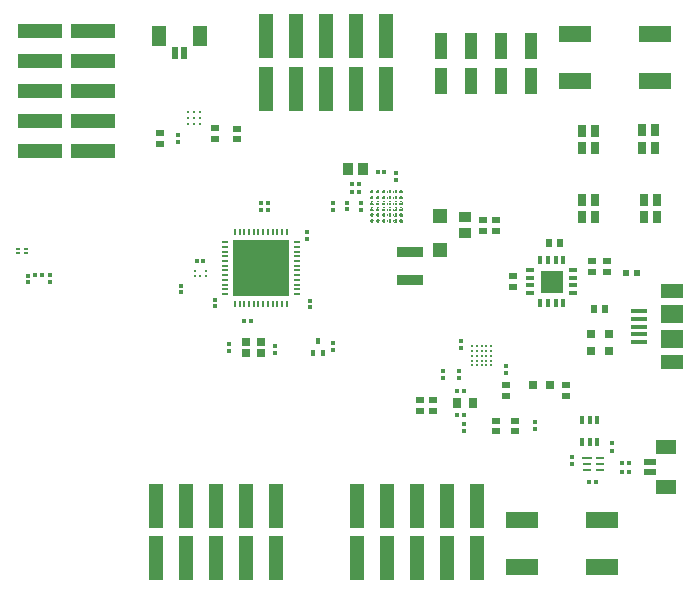
<source format=gtp>
G04 Layer_Color=8421504*
%FSLAX25Y25*%
%MOIN*%
G70*
G01*
G75*
%ADD10R,0.01417X0.01969*%
%ADD11R,0.01575X0.01969*%
%ADD12R,0.01260X0.01260*%
%ADD13R,0.01969X0.04331*%
%ADD14R,0.04724X0.06693*%
%ADD15R,0.05000X0.15000*%
%ADD19R,0.15000X0.05000*%
%ADD20R,0.03543X0.03937*%
%ADD22R,0.01378X0.01181*%
%ADD23R,0.01260X0.01260*%
%ADD24R,0.02795X0.03622*%
%ADD25R,0.01181X0.01378*%
%ADD26R,0.02362X0.02520*%
%ADD27C,0.00866*%
%ADD28R,0.04331X0.01969*%
%ADD29R,0.06693X0.04724*%
%ADD30R,0.02953X0.02559*%
%ADD31R,0.02520X0.02362*%
%ADD32R,0.07480X0.04724*%
%ADD33R,0.05315X0.01575*%
%ADD34R,0.07480X0.06299*%
%ADD35R,0.01181X0.02835*%
%ADD36R,0.02835X0.01181*%
%ADD38C,0.01083*%
%ADD39R,0.03347X0.01102*%
%ADD40R,0.02953X0.01102*%
%ADD41R,0.10827X0.05512*%
%ADD42R,0.03150X0.03150*%
%ADD43R,0.02165X0.02362*%
G04:AMPARAMS|DCode=44|XSize=9mil|YSize=9mil|CornerRadius=4.5mil|HoleSize=0mil|Usage=FLASHONLY|Rotation=0.000|XOffset=0mil|YOffset=0mil|HoleType=Round|Shape=RoundedRectangle|*
%AMROUNDEDRECTD44*
21,1,0.00900,0.00000,0,0,0.0*
21,1,0.00000,0.00900,0,0,0.0*
1,1,0.00900,0.00000,0.00000*
1,1,0.00900,0.00000,0.00000*
1,1,0.00900,0.00000,0.00000*
1,1,0.00900,0.00000,0.00000*
%
%ADD44ROUNDEDRECTD44*%
%ADD45R,0.09055X0.03347*%
%ADD46R,0.04724X0.04921*%
%ADD47R,0.03937X0.03543*%
%ADD48R,0.01575X0.02598*%
%ADD49O,0.02559X0.00787*%
%ADD50O,0.00787X0.02559*%
%ADD51R,0.18504X0.18504*%
%ADD52R,0.03150X0.03937*%
%ADD53R,0.04016X0.08622*%
%ADD75C,0.00197*%
%ADD76R,0.01181X0.00984*%
%ADD77R,0.00591X0.00197*%
%ADD78R,0.00197X0.00591*%
%ADD79R,0.00591X0.00591*%
%ADD80R,0.00591X0.00197*%
%ADD81R,0.00197X0.00591*%
%ADD82R,0.00197X0.00591*%
%ADD83R,0.00591X0.00591*%
%ADD84R,0.00197X0.00591*%
%ADD85R,0.07480X0.07480*%
%ADD86C,0.00000*%
D10*
X104625Y82231D02*
D03*
X107775D02*
D03*
D11*
X106200Y86168D02*
D03*
D12*
X128402Y142300D02*
D03*
X126198D02*
D03*
X117676Y135784D02*
D03*
X119881D02*
D03*
X154802Y69323D02*
D03*
X152598D02*
D03*
X65898Y112800D02*
D03*
X68102D02*
D03*
X83802Y92900D02*
D03*
X81598D02*
D03*
X209902Y42573D02*
D03*
X207698D02*
D03*
X117676Y138484D02*
D03*
X119881D02*
D03*
D13*
X58525Y182100D02*
D03*
X61675D02*
D03*
D14*
X66793Y187612D02*
D03*
X53407D02*
D03*
D15*
X92400Y31150D02*
D03*
Y13650D02*
D03*
X82400Y31150D02*
D03*
Y13650D02*
D03*
X72400Y31150D02*
D03*
Y13650D02*
D03*
X62400Y31150D02*
D03*
Y13650D02*
D03*
X52400Y31150D02*
D03*
Y13650D02*
D03*
X159400Y31150D02*
D03*
Y13650D02*
D03*
X149400Y31150D02*
D03*
Y13650D02*
D03*
X139400Y31150D02*
D03*
Y13650D02*
D03*
X129400Y31150D02*
D03*
Y13650D02*
D03*
X119400Y31150D02*
D03*
Y13650D02*
D03*
X89000Y170250D02*
D03*
Y187750D02*
D03*
X99000Y170250D02*
D03*
Y187750D02*
D03*
X109000Y170250D02*
D03*
Y187750D02*
D03*
X119000Y170250D02*
D03*
Y187750D02*
D03*
X129000Y170250D02*
D03*
Y187750D02*
D03*
D19*
X31150Y149500D02*
D03*
X13650D02*
D03*
X31150Y159500D02*
D03*
X13650D02*
D03*
X31150Y169500D02*
D03*
X13650D02*
D03*
X31150Y179500D02*
D03*
X13650D02*
D03*
X31150Y189500D02*
D03*
X13650D02*
D03*
D20*
X116121Y143284D02*
D03*
X121436D02*
D03*
D22*
X132200Y139619D02*
D03*
Y141981D02*
D03*
X111179Y129803D02*
D03*
Y132165D02*
D03*
X153200Y73761D02*
D03*
Y76123D02*
D03*
X147900Y76204D02*
D03*
Y73842D02*
D03*
X168900Y75323D02*
D03*
Y77685D02*
D03*
X155000Y56042D02*
D03*
Y58404D02*
D03*
X190800Y47435D02*
D03*
Y45073D02*
D03*
X204300Y51935D02*
D03*
Y49573D02*
D03*
X154100Y83742D02*
D03*
Y86104D02*
D03*
X59500Y152419D02*
D03*
Y154781D02*
D03*
X178500Y56719D02*
D03*
Y59081D02*
D03*
X111200Y83119D02*
D03*
Y85481D02*
D03*
X87200Y129819D02*
D03*
Y132181D02*
D03*
X89700Y129819D02*
D03*
Y132181D02*
D03*
D23*
X115779Y129982D02*
D03*
Y132187D02*
D03*
X76700Y85002D02*
D03*
Y82798D02*
D03*
X91900Y82098D02*
D03*
Y84302D02*
D03*
X72000Y97698D02*
D03*
Y99902D02*
D03*
X103700Y97298D02*
D03*
Y99502D02*
D03*
X60700Y102298D02*
D03*
Y104502D02*
D03*
X120479Y132087D02*
D03*
Y129882D02*
D03*
X102500Y122402D02*
D03*
Y120198D02*
D03*
X9600Y105695D02*
D03*
Y107900D02*
D03*
X17000Y105795D02*
D03*
Y108000D02*
D03*
D24*
X152544Y65423D02*
D03*
X158056D02*
D03*
D25*
X198981Y39073D02*
D03*
X196619D02*
D03*
X207619Y45573D02*
D03*
X209981D02*
D03*
X154881Y61423D02*
D03*
X152519D02*
D03*
X14381Y107998D02*
D03*
X12019D02*
D03*
D26*
X183389Y118873D02*
D03*
X187011D02*
D03*
X202011Y96873D02*
D03*
X198389D02*
D03*
D27*
X69068Y109487D02*
D03*
X65131D02*
D03*
X69068Y107913D02*
D03*
X67100D02*
D03*
X65131D02*
D03*
D28*
X216800Y45648D02*
D03*
Y42498D02*
D03*
D29*
X222312Y37380D02*
D03*
Y50766D02*
D03*
D30*
X82141Y81932D02*
D03*
X87259D02*
D03*
X82141Y85869D02*
D03*
X87259D02*
D03*
D31*
X171200Y104062D02*
D03*
Y107684D02*
D03*
X197700Y112684D02*
D03*
Y109062D02*
D03*
X202700Y112684D02*
D03*
Y109062D02*
D03*
X140400Y62912D02*
D03*
Y66534D02*
D03*
X144700Y62912D02*
D03*
Y66534D02*
D03*
X188800Y67912D02*
D03*
Y71534D02*
D03*
X169100Y67812D02*
D03*
Y71434D02*
D03*
X165500Y55962D02*
D03*
Y59584D02*
D03*
X172100Y55962D02*
D03*
Y59584D02*
D03*
X165700Y122889D02*
D03*
Y126511D02*
D03*
X161200Y122889D02*
D03*
Y126511D02*
D03*
X72000Y153389D02*
D03*
Y157011D02*
D03*
X79300Y153289D02*
D03*
Y156911D02*
D03*
X53500Y151889D02*
D03*
Y155511D02*
D03*
D32*
X224200Y102684D02*
D03*
X224200Y79062D02*
D03*
D33*
X213174Y85755D02*
D03*
X213174Y88314D02*
D03*
Y90873D02*
D03*
Y93432D02*
D03*
Y95991D02*
D03*
D34*
X224200Y95007D02*
D03*
Y86739D02*
D03*
D35*
X180361Y113058D02*
D03*
X182921D02*
D03*
X185479D02*
D03*
X188039D02*
D03*
Y98688D02*
D03*
X185479D02*
D03*
X182921D02*
D03*
X180361D02*
D03*
D36*
X191385Y109712D02*
D03*
Y107153D02*
D03*
Y104594D02*
D03*
Y102035D02*
D03*
X177015D02*
D03*
Y104594D02*
D03*
Y107153D02*
D03*
Y109712D02*
D03*
D38*
X64900Y162268D02*
D03*
X62931D02*
D03*
Y160300D02*
D03*
X64900D02*
D03*
X62931Y158332D02*
D03*
X64900D02*
D03*
X66868Y162268D02*
D03*
Y160300D02*
D03*
Y158332D02*
D03*
D39*
X195997Y47010D02*
D03*
D40*
X195800Y45042D02*
D03*
Y43073D02*
D03*
X200327Y47010D02*
D03*
Y45042D02*
D03*
Y43073D02*
D03*
D41*
X200787Y10726D02*
D03*
Y26474D02*
D03*
X174213Y10726D02*
D03*
Y26474D02*
D03*
X191913Y188474D02*
D03*
Y172726D02*
D03*
X218487Y188474D02*
D03*
Y172726D02*
D03*
D42*
X197247Y88373D02*
D03*
X203153D02*
D03*
X197247Y82873D02*
D03*
X203153D02*
D03*
X183753Y71523D02*
D03*
X177847D02*
D03*
D43*
X212570Y108873D02*
D03*
X208830D02*
D03*
D44*
X157676Y82698D02*
D03*
Y84272D02*
D03*
X159250D02*
D03*
Y82698D02*
D03*
X160825D02*
D03*
X157676Y81123D02*
D03*
X160825D02*
D03*
X157676Y79548D02*
D03*
Y77973D02*
D03*
X159250Y81123D02*
D03*
Y79548D02*
D03*
X160825D02*
D03*
X159250Y77973D02*
D03*
X160825D02*
D03*
X162400Y84272D02*
D03*
X160825D02*
D03*
X162400Y81123D02*
D03*
Y82698D02*
D03*
X163975Y84272D02*
D03*
Y81123D02*
D03*
Y82698D02*
D03*
X162400Y79548D02*
D03*
Y77973D02*
D03*
X163975Y79548D02*
D03*
Y77973D02*
D03*
D45*
X136779Y106557D02*
D03*
Y115612D02*
D03*
D46*
X146979Y127893D02*
D03*
Y116476D02*
D03*
D47*
X155400Y122043D02*
D03*
Y127357D02*
D03*
D48*
X194241Y52431D02*
D03*
X196800D02*
D03*
X199359D02*
D03*
Y59715D02*
D03*
X196800D02*
D03*
X194241D02*
D03*
D49*
X99110Y101739D02*
D03*
Y103313D02*
D03*
Y104888D02*
D03*
Y106463D02*
D03*
Y108038D02*
D03*
Y109613D02*
D03*
Y111187D02*
D03*
Y112762D02*
D03*
Y114337D02*
D03*
Y115912D02*
D03*
Y117487D02*
D03*
Y119061D02*
D03*
X75291D02*
D03*
Y117487D02*
D03*
Y115912D02*
D03*
Y114337D02*
D03*
Y112762D02*
D03*
Y111187D02*
D03*
Y109613D02*
D03*
Y108038D02*
D03*
Y106463D02*
D03*
Y104888D02*
D03*
Y103313D02*
D03*
Y101739D02*
D03*
D50*
X95861Y122309D02*
D03*
X94287D02*
D03*
X92712D02*
D03*
X91137D02*
D03*
X89562D02*
D03*
X87987D02*
D03*
X86413D02*
D03*
X84838D02*
D03*
X83263D02*
D03*
X81688D02*
D03*
X80113D02*
D03*
X78539D02*
D03*
Y98491D02*
D03*
X80113D02*
D03*
X81688D02*
D03*
X83263D02*
D03*
X84838D02*
D03*
X86413D02*
D03*
X87987D02*
D03*
X89562D02*
D03*
X91137D02*
D03*
X92712D02*
D03*
X94287D02*
D03*
X95861D02*
D03*
D51*
X87200Y110400D02*
D03*
D52*
X198665Y133253D02*
D03*
X198665Y127347D02*
D03*
X194335Y127347D02*
D03*
X194335Y133253D02*
D03*
X219165Y133253D02*
D03*
X219165Y127347D02*
D03*
X214835Y127347D02*
D03*
X214835Y133253D02*
D03*
X198665Y156253D02*
D03*
X198665Y150347D02*
D03*
X194335Y150347D02*
D03*
X194335Y156253D02*
D03*
X218665Y156353D02*
D03*
X218665Y150447D02*
D03*
X214335Y150447D02*
D03*
X214335Y156353D02*
D03*
D53*
X167200Y172832D02*
D03*
Y184368D02*
D03*
X157200D02*
D03*
Y172832D02*
D03*
X147200Y184368D02*
D03*
Y172832D02*
D03*
X177200D02*
D03*
Y184368D02*
D03*
D75*
X133903Y126258D02*
G03*
X133903Y126258I-98J0D01*
G01*
X134494Y125668D02*
G03*
X134494Y125668I-98J0D01*
G01*
Y126258D02*
G03*
X134494Y126258I-98J0D01*
G01*
X133903Y125668D02*
G03*
X133903Y125668I-98J0D01*
G01*
X131935Y126258D02*
G03*
X131935Y126258I-98J0D01*
G01*
X132525Y125668D02*
G03*
X132525Y125668I-98J0D01*
G01*
Y126258D02*
G03*
X132525Y126258I-98J0D01*
G01*
X131935Y125668D02*
G03*
X131935Y125668I-98J0D01*
G01*
X129966Y126258D02*
G03*
X129966Y126258I-98J0D01*
G01*
X130557Y125668D02*
G03*
X130557Y125668I-98J0D01*
G01*
Y126258D02*
G03*
X130557Y126258I-98J0D01*
G01*
X129966Y125668D02*
G03*
X129966Y125668I-98J0D01*
G01*
X127998Y126258D02*
G03*
X127998Y126258I-98J0D01*
G01*
X128588Y125668D02*
G03*
X128588Y125668I-98J0D01*
G01*
Y126258D02*
G03*
X128588Y126258I-98J0D01*
G01*
X127998Y125668D02*
G03*
X127998Y125668I-98J0D01*
G01*
X126029Y126258D02*
G03*
X126029Y126258I-98J0D01*
G01*
X126620Y125668D02*
G03*
X126620Y125668I-98J0D01*
G01*
Y126258D02*
G03*
X126620Y126258I-98J0D01*
G01*
X126029Y125668D02*
G03*
X126029Y125668I-98J0D01*
G01*
X124061Y126258D02*
G03*
X124061Y126258I-98J0D01*
G01*
X124651Y125668D02*
G03*
X124651Y125668I-98J0D01*
G01*
Y126258D02*
G03*
X124651Y126258I-98J0D01*
G01*
X124061Y125668D02*
G03*
X124061Y125668I-98J0D01*
G01*
X133903Y128227D02*
G03*
X133903Y128227I-98J0D01*
G01*
X134494Y127636D02*
G03*
X134494Y127636I-98J0D01*
G01*
Y128227D02*
G03*
X134494Y128227I-98J0D01*
G01*
X133903Y127636D02*
G03*
X133903Y127636I-98J0D01*
G01*
X131935Y128227D02*
G03*
X131935Y128227I-98J0D01*
G01*
X132525Y127636D02*
G03*
X132525Y127636I-98J0D01*
G01*
Y128227D02*
G03*
X132525Y128227I-98J0D01*
G01*
X131935Y127636D02*
G03*
X131935Y127636I-98J0D01*
G01*
X129966Y128227D02*
G03*
X129966Y128227I-98J0D01*
G01*
X130557Y127636D02*
G03*
X130557Y127636I-98J0D01*
G01*
Y128227D02*
G03*
X130557Y128227I-98J0D01*
G01*
X129966Y127636D02*
G03*
X129966Y127636I-98J0D01*
G01*
X127998Y128227D02*
G03*
X127998Y128227I-98J0D01*
G01*
X128588Y127636D02*
G03*
X128588Y127636I-98J0D01*
G01*
Y128227D02*
G03*
X128588Y128227I-98J0D01*
G01*
X127998Y127636D02*
G03*
X127998Y127636I-98J0D01*
G01*
X126029Y128227D02*
G03*
X126029Y128227I-98J0D01*
G01*
X126620Y127636D02*
G03*
X126620Y127636I-98J0D01*
G01*
Y128227D02*
G03*
X126620Y128227I-98J0D01*
G01*
X126029Y127636D02*
G03*
X126029Y127636I-98J0D01*
G01*
X124061Y128227D02*
G03*
X124061Y128227I-98J0D01*
G01*
X124651Y127636D02*
G03*
X124651Y127636I-98J0D01*
G01*
Y128227D02*
G03*
X124651Y128227I-98J0D01*
G01*
X124061Y127636D02*
G03*
X124061Y127636I-98J0D01*
G01*
X133903Y130195D02*
G03*
X133903Y130195I-98J0D01*
G01*
X134494Y129605D02*
G03*
X134494Y129605I-98J0D01*
G01*
Y130195D02*
G03*
X134494Y130195I-98J0D01*
G01*
X133903Y129605D02*
G03*
X133903Y129605I-98J0D01*
G01*
X131935Y130195D02*
G03*
X131935Y130195I-98J0D01*
G01*
X132525Y129605D02*
G03*
X132525Y129605I-98J0D01*
G01*
Y130195D02*
G03*
X132525Y130195I-98J0D01*
G01*
X131935Y129605D02*
G03*
X131935Y129605I-98J0D01*
G01*
X129966Y130195D02*
G03*
X129966Y130195I-98J0D01*
G01*
X130557Y129605D02*
G03*
X130557Y129605I-98J0D01*
G01*
Y130195D02*
G03*
X130557Y130195I-98J0D01*
G01*
X129966Y129605D02*
G03*
X129966Y129605I-98J0D01*
G01*
X127998Y130195D02*
G03*
X127998Y130195I-98J0D01*
G01*
X128588Y129605D02*
G03*
X128588Y129605I-98J0D01*
G01*
Y130195D02*
G03*
X128588Y130195I-98J0D01*
G01*
X127998Y129605D02*
G03*
X127998Y129605I-98J0D01*
G01*
X126029Y130195D02*
G03*
X126029Y130195I-98J0D01*
G01*
X126620Y129605D02*
G03*
X126620Y129605I-98J0D01*
G01*
Y130195D02*
G03*
X126620Y130195I-98J0D01*
G01*
X126029Y129605D02*
G03*
X126029Y129605I-98J0D01*
G01*
X124061Y130195D02*
G03*
X124061Y130195I-98J0D01*
G01*
X124651Y129605D02*
G03*
X124651Y129605I-98J0D01*
G01*
Y130195D02*
G03*
X124651Y130195I-98J0D01*
G01*
X124061Y129605D02*
G03*
X124061Y129605I-98J0D01*
G01*
X133903Y132164D02*
G03*
X133903Y132164I-98J0D01*
G01*
X134494Y131573D02*
G03*
X134494Y131573I-98J0D01*
G01*
Y132164D02*
G03*
X134494Y132164I-98J0D01*
G01*
X133903Y131573D02*
G03*
X133903Y131573I-98J0D01*
G01*
X131935Y132164D02*
G03*
X131935Y132164I-98J0D01*
G01*
X132525Y131573D02*
G03*
X132525Y131573I-98J0D01*
G01*
Y132164D02*
G03*
X132525Y132164I-98J0D01*
G01*
X131935Y131573D02*
G03*
X131935Y131573I-98J0D01*
G01*
X129966Y132164D02*
G03*
X129966Y132164I-98J0D01*
G01*
X130557Y131573D02*
G03*
X130557Y131573I-98J0D01*
G01*
Y132164D02*
G03*
X130557Y132164I-98J0D01*
G01*
X129966Y131573D02*
G03*
X129966Y131573I-98J0D01*
G01*
X127998Y132164D02*
G03*
X127998Y132164I-98J0D01*
G01*
X128588Y131573D02*
G03*
X128588Y131573I-98J0D01*
G01*
Y132164D02*
G03*
X128588Y132164I-98J0D01*
G01*
X127998Y131573D02*
G03*
X127998Y131573I-98J0D01*
G01*
X126029Y132164D02*
G03*
X126029Y132164I-98J0D01*
G01*
X126620Y131573D02*
G03*
X126620Y131573I-98J0D01*
G01*
Y132164D02*
G03*
X126620Y132164I-98J0D01*
G01*
X126029Y131573D02*
G03*
X126029Y131573I-98J0D01*
G01*
X124061Y132164D02*
G03*
X124061Y132164I-98J0D01*
G01*
X124651Y131573D02*
G03*
X124651Y131573I-98J0D01*
G01*
Y132164D02*
G03*
X124651Y132164I-98J0D01*
G01*
X124061Y131573D02*
G03*
X124061Y131573I-98J0D01*
G01*
X133903Y134132D02*
G03*
X133903Y134132I-98J0D01*
G01*
X134494Y133542D02*
G03*
X134494Y133542I-98J0D01*
G01*
Y134132D02*
G03*
X134494Y134132I-98J0D01*
G01*
X133903Y133542D02*
G03*
X133903Y133542I-98J0D01*
G01*
X131935Y134132D02*
G03*
X131935Y134132I-98J0D01*
G01*
X132525Y133542D02*
G03*
X132525Y133542I-98J0D01*
G01*
Y134132D02*
G03*
X132525Y134132I-98J0D01*
G01*
X131935Y133542D02*
G03*
X131935Y133542I-98J0D01*
G01*
X129966Y134132D02*
G03*
X129966Y134132I-98J0D01*
G01*
X130557Y133542D02*
G03*
X130557Y133542I-98J0D01*
G01*
Y134132D02*
G03*
X130557Y134132I-98J0D01*
G01*
X129966Y133542D02*
G03*
X129966Y133542I-98J0D01*
G01*
X127998Y134132D02*
G03*
X127998Y134132I-98J0D01*
G01*
X128588Y133542D02*
G03*
X128588Y133542I-98J0D01*
G01*
Y134132D02*
G03*
X128588Y134132I-98J0D01*
G01*
X127998Y133542D02*
G03*
X127998Y133542I-98J0D01*
G01*
X126029Y134132D02*
G03*
X126029Y134132I-98J0D01*
G01*
X126620Y133542D02*
G03*
X126620Y133542I-98J0D01*
G01*
Y134132D02*
G03*
X126620Y134132I-98J0D01*
G01*
X126029Y133542D02*
G03*
X126029Y133542I-98J0D01*
G01*
X124061Y134132D02*
G03*
X124061Y134132I-98J0D01*
G01*
X124651Y133542D02*
G03*
X124651Y133542I-98J0D01*
G01*
Y134132D02*
G03*
X124651Y134132I-98J0D01*
G01*
X124061Y133542D02*
G03*
X124061Y133542I-98J0D01*
G01*
X133903Y136101D02*
G03*
X133903Y136101I-98J0D01*
G01*
X134494Y135510D02*
G03*
X134494Y135510I-98J0D01*
G01*
Y136101D02*
G03*
X134494Y136101I-98J0D01*
G01*
X133903Y135510D02*
G03*
X133903Y135510I-98J0D01*
G01*
X131935Y136101D02*
G03*
X131935Y136101I-98J0D01*
G01*
X132525Y135510D02*
G03*
X132525Y135510I-98J0D01*
G01*
Y136101D02*
G03*
X132525Y136101I-98J0D01*
G01*
X131935Y135510D02*
G03*
X131935Y135510I-98J0D01*
G01*
X129966Y136101D02*
G03*
X129966Y136101I-98J0D01*
G01*
X130557Y135510D02*
G03*
X130557Y135510I-98J0D01*
G01*
Y136101D02*
G03*
X130557Y136101I-98J0D01*
G01*
X129966Y135510D02*
G03*
X129966Y135510I-98J0D01*
G01*
X127998Y136101D02*
G03*
X127998Y136101I-98J0D01*
G01*
X128588Y135510D02*
G03*
X128588Y135510I-98J0D01*
G01*
Y136101D02*
G03*
X128588Y136101I-98J0D01*
G01*
X127998Y135510D02*
G03*
X127998Y135510I-98J0D01*
G01*
X126029Y136101D02*
G03*
X126029Y136101I-98J0D01*
G01*
X126620Y135510D02*
G03*
X126620Y135510I-98J0D01*
G01*
Y136101D02*
G03*
X126620Y136101I-98J0D01*
G01*
X126029Y135510D02*
G03*
X126029Y135510I-98J0D01*
G01*
X124061Y136101D02*
G03*
X124061Y136101I-98J0D01*
G01*
X124651Y135510D02*
G03*
X124651Y135510I-98J0D01*
G01*
Y136101D02*
G03*
X124651Y136101I-98J0D01*
G01*
X124061Y135510D02*
G03*
X124061Y135510I-98J0D01*
G01*
D76*
X6419Y116685D02*
D03*
Y115307D02*
D03*
X8782D02*
D03*
Y116685D02*
D03*
D77*
X134100Y125569D02*
D03*
X134100Y126357D02*
D03*
X124257Y125569D02*
D03*
X124258Y126357D02*
D03*
X134100Y127538D02*
D03*
Y128325D02*
D03*
X124258Y127538D02*
D03*
Y128325D02*
D03*
X134100Y129506D02*
D03*
Y130294D02*
D03*
X124258Y129506D02*
D03*
Y130294D02*
D03*
X134100Y131475D02*
D03*
Y132262D02*
D03*
X124257Y131475D02*
D03*
Y132262D02*
D03*
X134100Y133443D02*
D03*
Y134231D02*
D03*
X124257Y133443D02*
D03*
Y134231D02*
D03*
X134100Y135412D02*
D03*
X134100Y136199D02*
D03*
X124257Y135412D02*
D03*
X124258Y136199D02*
D03*
D78*
X134494Y125963D02*
D03*
X133706Y125963D02*
D03*
X132525D02*
D03*
X131738D02*
D03*
X130557D02*
D03*
X129769D02*
D03*
X128588D02*
D03*
X126620D02*
D03*
X124651D02*
D03*
X134494Y127932D02*
D03*
X133706Y127931D02*
D03*
X132525D02*
D03*
X131738D02*
D03*
X130557D02*
D03*
X129769D02*
D03*
X128588D02*
D03*
X126620D02*
D03*
X124651D02*
D03*
X134494Y129900D02*
D03*
X133706Y129900D02*
D03*
X132525D02*
D03*
X131738D02*
D03*
X130557D02*
D03*
X129769D02*
D03*
X128588D02*
D03*
X126620D02*
D03*
X124651D02*
D03*
X134494Y131868D02*
D03*
X132525Y131869D02*
D03*
X130557D02*
D03*
X128588D02*
D03*
X126620D02*
D03*
X124651D02*
D03*
X134494Y133837D02*
D03*
X132525Y133837D02*
D03*
X130557D02*
D03*
X128588D02*
D03*
X126620D02*
D03*
X124651D02*
D03*
D79*
X134100Y125963D02*
D03*
X132131Y125963D02*
D03*
X130163D02*
D03*
X128195Y125963D02*
D03*
X126226D02*
D03*
X124258Y125963D02*
D03*
X134100Y135806D02*
D03*
X132131Y135805D02*
D03*
X130163D02*
D03*
X128195Y135805D02*
D03*
X126226D02*
D03*
X124258Y135806D02*
D03*
D80*
X132131Y125569D02*
D03*
Y126357D02*
D03*
X130163Y125569D02*
D03*
Y126357D02*
D03*
X128194Y125569D02*
D03*
Y126357D02*
D03*
X126226Y125569D02*
D03*
Y126357D02*
D03*
X132131Y127538D02*
D03*
Y128325D02*
D03*
X130163Y127538D02*
D03*
Y128325D02*
D03*
X128194Y127538D02*
D03*
Y128325D02*
D03*
X126226Y127538D02*
D03*
Y128325D02*
D03*
X132131Y129506D02*
D03*
Y130294D02*
D03*
X130163Y129506D02*
D03*
Y130294D02*
D03*
X128194Y129506D02*
D03*
Y130294D02*
D03*
X126226Y129506D02*
D03*
Y130294D02*
D03*
X132131Y131475D02*
D03*
Y132262D02*
D03*
X130163Y131475D02*
D03*
Y132262D02*
D03*
X128194Y131475D02*
D03*
Y132262D02*
D03*
X126226Y131475D02*
D03*
Y132262D02*
D03*
X132131Y133443D02*
D03*
Y134231D02*
D03*
X130163Y133443D02*
D03*
Y134231D02*
D03*
X128194Y133443D02*
D03*
Y134231D02*
D03*
X126226Y133443D02*
D03*
Y134231D02*
D03*
X132131Y135412D02*
D03*
Y136199D02*
D03*
X130163Y135412D02*
D03*
Y136199D02*
D03*
X128194Y135412D02*
D03*
Y136199D02*
D03*
X126226Y135412D02*
D03*
Y136199D02*
D03*
D81*
X127801Y125963D02*
D03*
X125832D02*
D03*
X127801Y127931D02*
D03*
X125832D02*
D03*
X127801Y129900D02*
D03*
X125832D02*
D03*
X123864Y131869D02*
D03*
Y133837D02*
D03*
D82*
X123864Y125963D02*
D03*
Y127931D02*
D03*
Y129900D02*
D03*
X127801Y131869D02*
D03*
X125832D02*
D03*
X127801Y133837D02*
D03*
X125832D02*
D03*
D83*
X134100Y127932D02*
D03*
X132131Y127931D02*
D03*
X130163D02*
D03*
X128194D02*
D03*
X126226D02*
D03*
X124258Y127932D02*
D03*
X134100Y129900D02*
D03*
X132131Y129900D02*
D03*
X130163D02*
D03*
X128194D02*
D03*
X126226D02*
D03*
X124258Y129900D02*
D03*
X134100Y131868D02*
D03*
X132131Y131869D02*
D03*
X130163D02*
D03*
X128194D02*
D03*
X126226D02*
D03*
X124257Y131868D02*
D03*
X134100Y133837D02*
D03*
X132131Y133837D02*
D03*
X130163D02*
D03*
X128194D02*
D03*
X126226D02*
D03*
X124257Y133837D02*
D03*
D84*
X133706Y131869D02*
D03*
X131738D02*
D03*
X129769D02*
D03*
X133706Y133837D02*
D03*
X131738D02*
D03*
X129769D02*
D03*
X134492Y135806D02*
D03*
X133706Y135805D02*
D03*
X132525D02*
D03*
X131738D02*
D03*
X130557D02*
D03*
X129769D02*
D03*
X128588Y135805D02*
D03*
X127801D02*
D03*
X126620D02*
D03*
X125832D02*
D03*
X124651D02*
D03*
X123864Y135805D02*
D03*
D85*
X184200Y105873D02*
D03*
D86*
X134100Y125963D02*
D03*
X132132D02*
D03*
X130163D02*
D03*
X128194D02*
D03*
X126226D02*
D03*
X124258D02*
D03*
X134100Y127931D02*
D03*
X132132D02*
D03*
X130163D02*
D03*
X128194D02*
D03*
X126226D02*
D03*
X124258D02*
D03*
X134100Y129900D02*
D03*
X132132D02*
D03*
X130163D02*
D03*
X128194D02*
D03*
X126226D02*
D03*
X124258D02*
D03*
X134100Y131869D02*
D03*
X132132D02*
D03*
X130163D02*
D03*
X128194D02*
D03*
X126226D02*
D03*
X124258D02*
D03*
X134100Y133837D02*
D03*
X132132D02*
D03*
X130163D02*
D03*
X128194D02*
D03*
X126226D02*
D03*
X124258D02*
D03*
X134100Y135805D02*
D03*
X132132D02*
D03*
X130163D02*
D03*
X128194D02*
D03*
X126226D02*
D03*
X124258D02*
D03*
M02*

</source>
